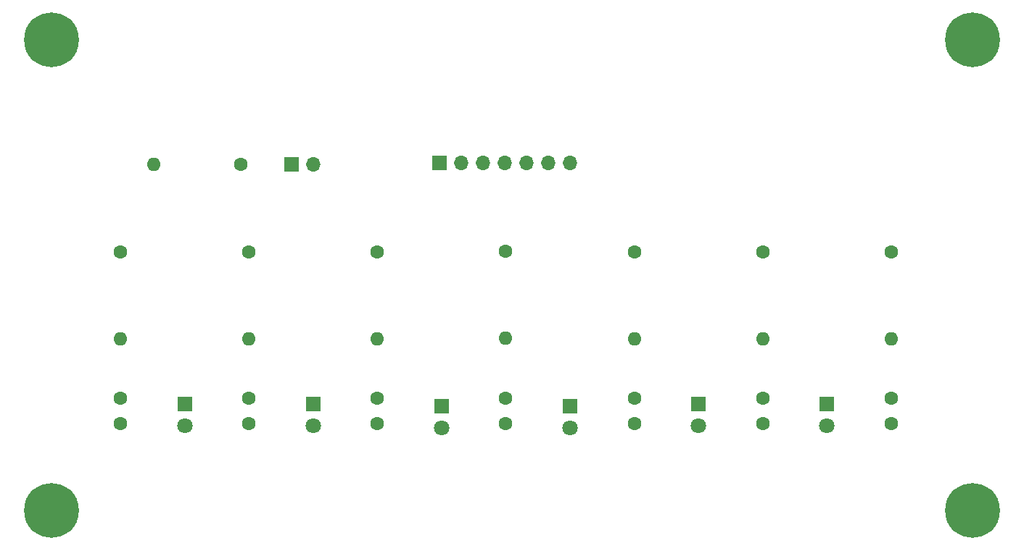
<source format=gbr>
G04 #@! TF.GenerationSoftware,KiCad,Pcbnew,8.0.6*
G04 #@! TF.CreationDate,2024-10-29T13:32:08-07:00*
G04 #@! TF.ProjectId,EE201_final_project_sensor_array,45453230-315f-4666-996e-616c5f70726f,rev?*
G04 #@! TF.SameCoordinates,Original*
G04 #@! TF.FileFunction,Soldermask,Bot*
G04 #@! TF.FilePolarity,Negative*
%FSLAX46Y46*%
G04 Gerber Fmt 4.6, Leading zero omitted, Abs format (unit mm)*
G04 Created by KiCad (PCBNEW 8.0.6) date 2024-10-29 13:32:08*
%MOMM*%
%LPD*%
G01*
G04 APERTURE LIST*
%ADD10C,6.400000*%
%ADD11C,1.600000*%
%ADD12R,1.800000X1.800000*%
%ADD13C,1.800000*%
%ADD14O,1.600000X1.600000*%
%ADD15R,1.700000X1.700000*%
%ADD16O,1.700000X1.700000*%
G04 APERTURE END LIST*
D10*
G04 #@! TO.C,H4*
X230000000Y-105000000D03*
G04 #@! TD*
G04 #@! TO.C,H3*
X122500000Y-105000000D03*
G04 #@! TD*
G04 #@! TO.C,H1*
X122500000Y-50000000D03*
G04 #@! TD*
D11*
G04 #@! TO.C,R14*
X220500000Y-91840000D03*
X220500000Y-94840000D03*
G04 #@! TD*
D12*
G04 #@! TO.C,D6*
X213000000Y-92565000D03*
D13*
X213000000Y-95105000D03*
G04 #@! TD*
D12*
G04 #@! TO.C,D1*
X138000000Y-92565000D03*
D13*
X138000000Y-95105000D03*
G04 #@! TD*
D11*
G04 #@! TO.C,R4*
X175500000Y-74680000D03*
D14*
X175500000Y-84840000D03*
G04 #@! TD*
D15*
G04 #@! TO.C,J1*
X167760000Y-64340000D03*
D16*
X170300000Y-64340000D03*
X172840000Y-64340000D03*
X175380000Y-64340000D03*
X177920000Y-64340000D03*
X180460000Y-64340000D03*
X183000000Y-64340000D03*
G04 #@! TD*
D11*
G04 #@! TO.C,R15*
X144580000Y-64500000D03*
D14*
X134420000Y-64500000D03*
G04 #@! TD*
D12*
G04 #@! TO.C,D3*
X168000000Y-92840000D03*
D13*
X168000000Y-95380000D03*
G04 #@! TD*
D11*
G04 #@! TO.C,R5*
X190500000Y-74760000D03*
D14*
X190500000Y-84920000D03*
G04 #@! TD*
D12*
G04 #@! TO.C,D2*
X153000000Y-92565000D03*
D13*
X153000000Y-95105000D03*
G04 #@! TD*
D11*
G04 #@! TO.C,R13*
X205500000Y-91840000D03*
X205500000Y-94840000D03*
G04 #@! TD*
G04 #@! TO.C,R8*
X130500000Y-91840000D03*
X130500000Y-94840000D03*
G04 #@! TD*
G04 #@! TO.C,R2*
X145500000Y-74760000D03*
D14*
X145500000Y-84920000D03*
G04 #@! TD*
D11*
G04 #@! TO.C,R10*
X160500000Y-91840000D03*
X160500000Y-94840000D03*
G04 #@! TD*
D15*
G04 #@! TO.C,J2*
X150460000Y-64500000D03*
D16*
X153000000Y-64500000D03*
G04 #@! TD*
D11*
G04 #@! TO.C,R7*
X220500000Y-74760000D03*
D14*
X220500000Y-84920000D03*
G04 #@! TD*
D12*
G04 #@! TO.C,D5*
X198000000Y-92565000D03*
D13*
X198000000Y-95105000D03*
G04 #@! TD*
D11*
G04 #@! TO.C,R12*
X190500000Y-91840000D03*
X190500000Y-94840000D03*
G04 #@! TD*
G04 #@! TO.C,R1*
X130500000Y-74760000D03*
D14*
X130500000Y-84920000D03*
G04 #@! TD*
D11*
G04 #@! TO.C,R6*
X205500000Y-74760000D03*
D14*
X205500000Y-84920000D03*
G04 #@! TD*
D11*
G04 #@! TO.C,R3*
X160500000Y-74760000D03*
D14*
X160500000Y-84920000D03*
G04 #@! TD*
D11*
G04 #@! TO.C,R11*
X175500000Y-91840000D03*
X175500000Y-94840000D03*
G04 #@! TD*
G04 #@! TO.C,R9*
X145500000Y-91840000D03*
X145500000Y-94840000D03*
G04 #@! TD*
D12*
G04 #@! TO.C,D4*
X183000000Y-92800000D03*
D13*
X183000000Y-95340000D03*
G04 #@! TD*
D10*
G04 #@! TO.C,H2*
X230000000Y-50000000D03*
G04 #@! TD*
M02*

</source>
